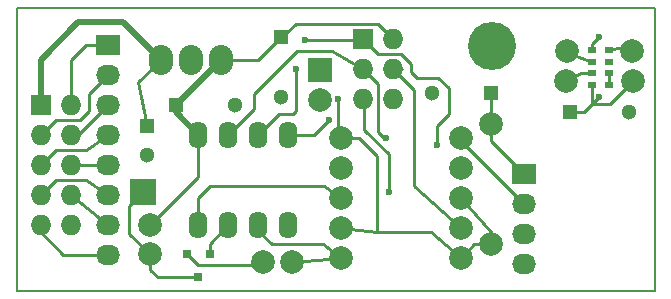
<source format=gbr>
G04 #@! TF.FileFunction,Copper,L1,Top,Mixed*
%FSLAX46Y46*%
G04 Gerber Fmt 4.6, Leading zero omitted, Abs format (unit mm)*
G04 Created by KiCad (PCBNEW 4.0.1-stable) date Mittwoch, 17. Februar 2016 08:22:04*
%MOMM*%
G01*
G04 APERTURE LIST*
%ADD10C,0.100000*%
%ADD11C,0.150000*%
%ADD12C,4.064000*%
%ADD13C,1.998980*%
%ADD14R,1.300000X1.300000*%
%ADD15C,1.300000*%
%ADD16R,0.720000X0.600000*%
%ADD17R,0.800100X0.800100*%
%ADD18R,1.727200X1.727200*%
%ADD19O,1.727200X1.727200*%
%ADD20R,2.032000X1.727200*%
%ADD21O,2.032000X1.727200*%
%ADD22R,2.235200X2.235200*%
%ADD23O,1.600000X2.300000*%
%ADD24R,2.000000X2.000000*%
%ADD25C,2.000000*%
%ADD26O,2.032000X2.540000*%
%ADD27C,0.600000*%
%ADD28C,0.500000*%
%ADD29C,0.250000*%
G04 APERTURE END LIST*
D10*
D11*
X0Y24000000D02*
X0Y0D01*
X54000000Y24000000D02*
X0Y24000000D01*
X54000000Y24000000D02*
X54000000Y0D01*
X0Y0D02*
X54000000Y0D01*
D12*
X40259000Y20701000D03*
D13*
X11303000Y3088640D03*
X11303000Y5588000D03*
X23327360Y2413000D03*
X20828000Y2413000D03*
D14*
X11000000Y14000000D03*
D15*
X11000000Y11500000D03*
D13*
X46482000Y17780000D03*
X52070000Y20320000D03*
X46609000Y20320000D03*
X52197000Y17780000D03*
D16*
X50103000Y20378000D03*
X48703000Y20378000D03*
X50103000Y19408000D03*
X48703000Y19408000D03*
X50103000Y18438000D03*
X48703000Y18438000D03*
X50103000Y17468000D03*
X48703000Y17468000D03*
D13*
X40132000Y14097000D03*
X40132000Y3937000D03*
X37592000Y10414000D03*
X27432000Y10414000D03*
X37592000Y2794000D03*
X27432000Y2794000D03*
X27432000Y5334000D03*
X37592000Y5334000D03*
X27432000Y12954000D03*
X37592000Y12954000D03*
X37592000Y7874000D03*
X27432000Y7874000D03*
D17*
X16317000Y3159760D03*
X14417000Y3159760D03*
X15367000Y1160780D03*
D18*
X29337000Y21336000D03*
D19*
X31877000Y21336000D03*
X29337000Y18796000D03*
X31877000Y18796000D03*
X29337000Y16256000D03*
X31877000Y16256000D03*
D20*
X7747000Y20828000D03*
D21*
X7747000Y18288000D03*
X7747000Y15748000D03*
X7747000Y13208000D03*
X7747000Y10668000D03*
X7747000Y8128000D03*
X7747000Y5588000D03*
X7747000Y3048000D03*
D22*
X10650000Y8350000D03*
D18*
X2032000Y15748000D03*
D19*
X4572000Y15748000D03*
X2032000Y13208000D03*
X4572000Y13208000D03*
X2032000Y10668000D03*
X4572000Y10668000D03*
X2032000Y8128000D03*
X4572000Y8128000D03*
X2032000Y5588000D03*
X4572000Y5588000D03*
D23*
X15367000Y5588000D03*
X17907000Y5588000D03*
X20447000Y5588000D03*
X22987000Y5588000D03*
X22987000Y13208000D03*
X20447000Y13208000D03*
X17907000Y13208000D03*
X15367000Y13208000D03*
D24*
X25654000Y18669000D03*
D25*
X25654000Y16129000D03*
D14*
X46863000Y15113000D03*
D15*
X51863000Y15113000D03*
D14*
X40132000Y16764000D03*
D15*
X35132000Y16764000D03*
D14*
X13462000Y15748000D03*
D15*
X18462000Y15748000D03*
D14*
X22352000Y21463000D03*
D15*
X22352000Y16463000D03*
D20*
X42926000Y9906000D03*
D21*
X42926000Y7366000D03*
X42926000Y4826000D03*
X42926000Y2286000D03*
D26*
X14732000Y19558000D03*
X17272000Y19558000D03*
X12192000Y19558000D03*
D27*
X27178000Y16256000D03*
X31496000Y8382000D03*
X26416000Y14478000D03*
X35560000Y12319000D03*
X24384000Y21209000D03*
X23622000Y18796000D03*
X31242000Y12954000D03*
X49276000Y21463000D03*
X49276000Y16383000D03*
D28*
X2032000Y15748000D02*
X2032000Y19558000D01*
X9017000Y22733000D02*
X12192000Y19558000D01*
X5207000Y22733000D02*
X9017000Y22733000D01*
X2032000Y19558000D02*
X5207000Y22733000D01*
D29*
X11000000Y14000000D02*
X10287000Y17653000D01*
X10287000Y17653000D02*
X12192000Y19558000D01*
X14417000Y3159760D02*
X14417000Y3109000D01*
X14417000Y3109000D02*
X15367000Y2159000D01*
X15367000Y2159000D02*
X20574000Y2159000D01*
X20574000Y2159000D02*
X20828000Y2413000D01*
X40132000Y3937000D02*
X38735000Y3937000D01*
X38735000Y3937000D02*
X37592000Y2794000D01*
X27178000Y13208000D02*
X27178000Y16256000D01*
X27178000Y13208000D02*
X27432000Y12954000D01*
X27432000Y12954000D02*
X28956000Y12954000D01*
X30480000Y11430000D02*
X30480000Y4953000D01*
X28956000Y12954000D02*
X30480000Y11430000D01*
X15367000Y13208000D02*
X15367000Y9652000D01*
X15367000Y9652000D02*
X11303000Y5588000D01*
X22352000Y21463000D02*
X22479000Y21463000D01*
X22479000Y21463000D02*
X23622000Y22606000D01*
X30607000Y22606000D02*
X31877000Y21336000D01*
X23622000Y22606000D02*
X30607000Y22606000D01*
X40132000Y3937000D02*
X40132000Y4953000D01*
X40132000Y4953000D02*
X37592000Y7874000D01*
X27432000Y5334000D02*
X30480000Y4953000D01*
X30480000Y4953000D02*
X35052000Y4953000D01*
X35052000Y4953000D02*
X37592000Y2794000D01*
X17272000Y19558000D02*
X20447000Y19558000D01*
X20447000Y19558000D02*
X22352000Y21463000D01*
D28*
X17272000Y19558000D02*
X13462000Y15748000D01*
X13462000Y15748000D02*
X13462000Y15113000D01*
X13462000Y15113000D02*
X15367000Y13208000D01*
D29*
X40132000Y14097000D02*
X40132000Y12700000D01*
X40132000Y12700000D02*
X42926000Y9906000D01*
X40132000Y16764000D02*
X40132000Y14097000D01*
X29400500Y16192500D02*
X29400500Y13652500D01*
X29400500Y13652500D02*
X31496000Y11557000D01*
X31496000Y11557000D02*
X31496000Y8382000D01*
X29400500Y16192500D02*
X29337000Y16256000D01*
X27432000Y7874000D02*
X26035000Y8890000D01*
X26035000Y8890000D02*
X16383000Y8890000D01*
X15367000Y7874000D02*
X15367000Y5588000D01*
X16383000Y8890000D02*
X15367000Y7874000D01*
X16317000Y3159760D02*
X16317000Y3998000D01*
X16317000Y3998000D02*
X17907000Y5588000D01*
X27432000Y2794000D02*
X23327360Y2413000D01*
X20447000Y5588000D02*
X20447000Y5080000D01*
X20447000Y5080000D02*
X21590000Y3937000D01*
X25908000Y3937000D02*
X27432000Y2794000D01*
X21590000Y3937000D02*
X25908000Y3937000D01*
X20447000Y5588000D02*
X20447000Y4912360D01*
X37592000Y5334000D02*
X33655000Y8890000D01*
X33655000Y17018000D02*
X33655000Y8890000D01*
X33655000Y17018000D02*
X31877000Y18796000D01*
X25146000Y13208000D02*
X22987000Y13208000D01*
X26416000Y14478000D02*
X25146000Y13208000D01*
X31877000Y18796000D02*
X32639000Y18796000D01*
X35687000Y18034000D02*
X33909000Y18034000D01*
X35687000Y18034000D02*
X36576000Y17145000D01*
X36576000Y17145000D02*
X36576000Y14986000D01*
X36576000Y14986000D02*
X35560000Y13970000D01*
X35560000Y13970000D02*
X35560000Y12319000D01*
X30607000Y20066000D02*
X29337000Y21336000D01*
X32512000Y20066000D02*
X30607000Y20066000D01*
X33401000Y19177000D02*
X32512000Y20066000D01*
X33401000Y18542000D02*
X33401000Y19177000D01*
X33909000Y18034000D02*
X33401000Y18542000D01*
X29210000Y21209000D02*
X24384000Y21209000D01*
X23622000Y18796000D02*
X23622000Y15240000D01*
X23622000Y15240000D02*
X23368000Y14986000D01*
X23368000Y14986000D02*
X22225000Y14986000D01*
X22225000Y14986000D02*
X20447000Y13208000D01*
X29210000Y21209000D02*
X29337000Y21336000D01*
X31242000Y12954000D02*
X31115000Y12954000D01*
X30607000Y17526000D02*
X29337000Y18796000D01*
X30607000Y13462000D02*
X30607000Y17526000D01*
X31115000Y12954000D02*
X30607000Y13462000D01*
X37592000Y12954000D02*
X37592000Y12700000D01*
X37592000Y12700000D02*
X42926000Y7366000D01*
X20066000Y15367000D02*
X17907000Y13208000D01*
X20066000Y16637000D02*
X20066000Y15367000D01*
X23749000Y20320000D02*
X20066000Y16637000D01*
X26670000Y20320000D02*
X23749000Y20320000D01*
X29337000Y18796000D02*
X26670000Y20320000D01*
X7747000Y20828000D02*
X5842000Y20828000D01*
X4572000Y19558000D02*
X4572000Y15748000D01*
X5842000Y20828000D02*
X4572000Y19558000D01*
X2032000Y13208000D02*
X3302000Y14478000D01*
X6096000Y16637000D02*
X7747000Y18288000D01*
X6096000Y15240000D02*
X6096000Y16637000D01*
X5334000Y14478000D02*
X6096000Y15240000D01*
X3302000Y14478000D02*
X5334000Y14478000D01*
X4572000Y13208000D02*
X5207000Y13208000D01*
X5207000Y13208000D02*
X7747000Y15748000D01*
X7747000Y13208000D02*
X5842000Y11938000D01*
X3302000Y11938000D02*
X2032000Y10668000D01*
X5842000Y11938000D02*
X3302000Y11938000D01*
X7747000Y10668000D02*
X4572000Y10668000D01*
X7747000Y8128000D02*
X5842000Y9398000D01*
X3302000Y9398000D02*
X2032000Y8128000D01*
X5842000Y9398000D02*
X3302000Y9398000D01*
X7747000Y5588000D02*
X4572000Y8128000D01*
X2032000Y5588000D02*
X2032000Y4953000D01*
X2032000Y4953000D02*
X3937000Y3048000D01*
X3937000Y3048000D02*
X7747000Y3048000D01*
X11303000Y3088640D02*
X11262360Y3088640D01*
X11262360Y3088640D02*
X9525000Y4826000D01*
X9525000Y7225000D02*
X10650000Y8350000D01*
X9525000Y4826000D02*
X9525000Y7225000D01*
X15367000Y1160780D02*
X11955780Y1160780D01*
X11303000Y1813560D02*
X11303000Y3088640D01*
X11955780Y1160780D02*
X11303000Y1813560D01*
X50103000Y18438000D02*
X50103000Y17468000D01*
X48768000Y15810000D02*
X48768000Y15875000D01*
X48703000Y20890000D02*
X48703000Y20378000D01*
X49276000Y21463000D02*
X48703000Y20890000D01*
X48768000Y15875000D02*
X49276000Y16383000D01*
X48703000Y15810000D02*
X48768000Y15810000D01*
X48768000Y15810000D02*
X50227000Y15810000D01*
X50227000Y15810000D02*
X52197000Y17780000D01*
X48703000Y17468000D02*
X48703000Y15810000D01*
X48006000Y15113000D02*
X46863000Y15113000D01*
X48703000Y15810000D02*
X48006000Y15113000D01*
X48703000Y18438000D02*
X47775000Y18438000D01*
X47775000Y18438000D02*
X46482000Y17780000D01*
X48703000Y19408000D02*
X46886000Y20043000D01*
X46886000Y20043000D02*
X46609000Y20320000D01*
X50103000Y20378000D02*
X51631000Y20759000D01*
X51631000Y20759000D02*
X52070000Y20320000D01*
M02*

</source>
